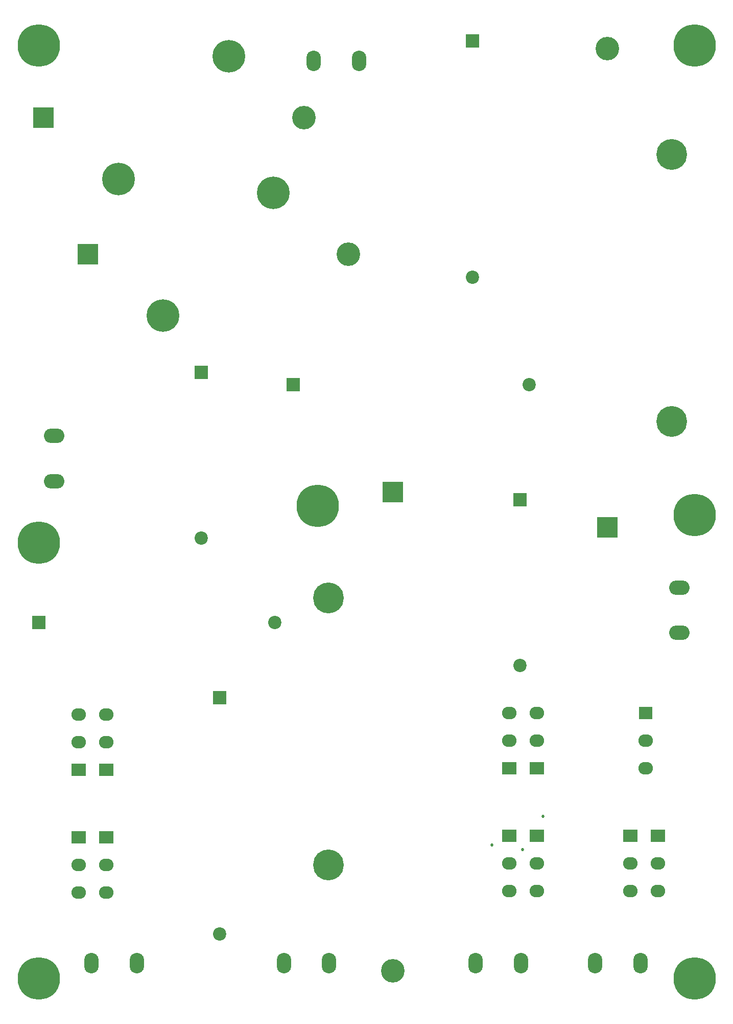
<source format=gbr>
G04 #@! TF.FileFunction,Soldermask,Bot*
%FSLAX46Y46*%
G04 Gerber Fmt 4.6, Leading zero omitted, Abs format (unit mm)*
G04 Created by KiCad (PCBNEW 4.0.4-stable) date 12/10/17 16:08:38*
%MOMM*%
%LPD*%
G01*
G04 APERTURE LIST*
%ADD10C,0.100000*%
%ADD11C,0.520000*%
%ADD12O,2.400000X3.400000*%
%ADD13R,2.200000X2.200000*%
%ADD14C,2.200000*%
%ADD15O,3.400000X2.400000*%
%ADD16R,2.400000X2.100000*%
%ADD17O,2.400000X2.100000*%
%ADD18R,2.300000X2.000000*%
%ADD19C,7.020000*%
%ADD20C,5.400000*%
%ADD21R,3.400000X3.400000*%
%ADD22C,3.900000*%
%ADD23C,5.100000*%
G04 APERTURE END LIST*
D10*
D11*
X125730000Y-152019000D03*
X122364500Y-157480000D03*
D12*
X141926000Y-176276000D03*
X134426000Y-176276000D03*
X58420000Y-176276000D03*
X50920000Y-176276000D03*
D13*
X42164000Y-119888000D03*
D14*
X81280000Y-119888000D03*
D13*
X69088000Y-78486000D03*
D14*
X69088000Y-105918000D03*
D13*
X84328000Y-80518000D03*
D14*
X123444000Y-80518000D03*
D13*
X72136000Y-132334000D03*
D14*
X72136000Y-171450000D03*
D13*
X114046000Y-23622000D03*
D14*
X114046000Y-62738000D03*
D13*
X121920000Y-99568000D03*
D14*
X121920000Y-127000000D03*
D15*
X44704000Y-96520000D03*
X44704000Y-89020000D03*
X148336000Y-114106000D03*
X148336000Y-121606000D03*
D12*
X87750000Y-26924000D03*
X95250000Y-26924000D03*
X90304000Y-176276000D03*
X82804000Y-176276000D03*
X122114000Y-176276000D03*
X114614000Y-176276000D03*
D16*
X53340000Y-144272000D03*
D17*
X53340000Y-139700000D03*
X53340000Y-135128000D03*
X48768000Y-135128000D03*
X48768000Y-139700000D03*
D16*
X48768000Y-144272000D03*
X48768000Y-155448000D03*
D17*
X48768000Y-160020000D03*
X48768000Y-164592000D03*
X53340000Y-164592000D03*
X53340000Y-160020000D03*
D16*
X53340000Y-155448000D03*
X124714000Y-144018000D03*
D17*
X124714000Y-139446000D03*
X124714000Y-134874000D03*
X120142000Y-134874000D03*
X120142000Y-139446000D03*
D16*
X120142000Y-144018000D03*
X120142000Y-155194000D03*
D17*
X120142000Y-159766000D03*
X120142000Y-164338000D03*
X124714000Y-164338000D03*
X124714000Y-159766000D03*
D16*
X124714000Y-155194000D03*
D18*
X142748000Y-134874000D03*
D17*
X142748000Y-139446000D03*
X142748000Y-144018000D03*
D16*
X140208000Y-155194000D03*
D17*
X140208000Y-159766000D03*
X140208000Y-164338000D03*
X144780000Y-164338000D03*
X144780000Y-159766000D03*
D16*
X144780000Y-155194000D03*
D19*
X42164000Y-24384000D03*
X150876000Y-24384000D03*
X42164000Y-178816000D03*
X150876000Y-178816000D03*
X88392000Y-100584000D03*
X150876000Y-102108000D03*
X42164000Y-106680000D03*
D20*
X62738000Y-69088000D03*
X81026000Y-48768000D03*
D21*
X50292000Y-58928000D03*
D22*
X93472000Y-58928000D03*
D20*
X55372000Y-46482000D03*
X73660000Y-26162000D03*
D21*
X42926000Y-36322000D03*
D22*
X86106000Y-36322000D03*
D23*
X147066000Y-86614000D03*
X147066000Y-42418000D03*
D21*
X136398000Y-104140000D03*
D22*
X136398000Y-24892000D03*
D23*
X90170000Y-115824000D03*
X90170000Y-160020000D03*
D21*
X100838000Y-98298000D03*
D22*
X100838000Y-177546000D03*
D11*
X117284500Y-156718000D03*
M02*

</source>
